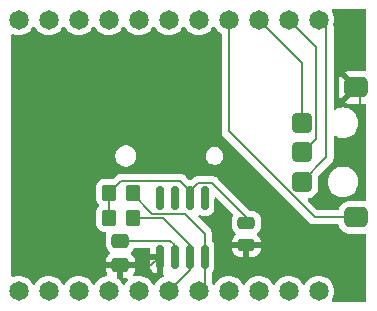
<source format=gbr>
%TF.GenerationSoftware,KiCad,Pcbnew,8.0.0*%
%TF.CreationDate,2024-04-09T10:55:27+02:00*%
%TF.ProjectId,LoraTimerSender,4c6f7261-5469-46d6-9572-53656e646572,rev?*%
%TF.SameCoordinates,Original*%
%TF.FileFunction,Copper,L1,Top*%
%TF.FilePolarity,Positive*%
%FSLAX46Y46*%
G04 Gerber Fmt 4.6, Leading zero omitted, Abs format (unit mm)*
G04 Created by KiCad (PCBNEW 8.0.0) date 2024-04-09 10:55:27*
%MOMM*%
%LPD*%
G01*
G04 APERTURE LIST*
G04 Aperture macros list*
%AMRoundRect*
0 Rectangle with rounded corners*
0 $1 Rounding radius*
0 $2 $3 $4 $5 $6 $7 $8 $9 X,Y pos of 4 corners*
0 Add a 4 corners polygon primitive as box body*
4,1,4,$2,$3,$4,$5,$6,$7,$8,$9,$2,$3,0*
0 Add four circle primitives for the rounded corners*
1,1,$1+$1,$2,$3*
1,1,$1+$1,$4,$5*
1,1,$1+$1,$6,$7*
1,1,$1+$1,$8,$9*
0 Add four rect primitives between the rounded corners*
20,1,$1+$1,$2,$3,$4,$5,0*
20,1,$1+$1,$4,$5,$6,$7,0*
20,1,$1+$1,$6,$7,$8,$9,0*
20,1,$1+$1,$8,$9,$2,$3,0*%
G04 Aperture macros list end*
%TA.AperFunction,ComponentPad*%
%ADD10C,1.650000*%
%TD*%
%TA.AperFunction,SMDPad,CuDef*%
%ADD11RoundRect,0.150000X-0.150000X0.825000X-0.150000X-0.825000X0.150000X-0.825000X0.150000X0.825000X0*%
%TD*%
%TA.AperFunction,SMDPad,CuDef*%
%ADD12RoundRect,0.250000X0.350000X0.450000X-0.350000X0.450000X-0.350000X-0.450000X0.350000X-0.450000X0*%
%TD*%
%TA.AperFunction,SMDPad,CuDef*%
%ADD13RoundRect,0.437500X-0.437500X0.437500X-0.437500X-0.437500X0.437500X-0.437500X0.437500X0.437500X0*%
%TD*%
%TA.AperFunction,SMDPad,CuDef*%
%ADD14RoundRect,0.437500X-0.562500X0.437500X-0.562500X-0.437500X0.562500X-0.437500X0.562500X0.437500X0*%
%TD*%
%TA.AperFunction,SMDPad,CuDef*%
%ADD15RoundRect,0.250000X-0.475000X0.250000X-0.475000X-0.250000X0.475000X-0.250000X0.475000X0.250000X0*%
%TD*%
%TA.AperFunction,SMDPad,CuDef*%
%ADD16RoundRect,0.250000X-0.475000X0.337500X-0.475000X-0.337500X0.475000X-0.337500X0.475000X0.337500X0*%
%TD*%
%TA.AperFunction,ViaPad*%
%ADD17C,0.600000*%
%TD*%
%TA.AperFunction,Conductor*%
%ADD18C,0.200000*%
%TD*%
G04 APERTURE END LIST*
D10*
%TO.P,U1,29,GPIO0*%
%TO.N,unconnected-(U1-GPIO0-Pad29)*%
X124457500Y-99922500D03*
%TO.P,U1,28,GPIO36*%
%TO.N,unconnected-(U1-GPIO36-Pad28)*%
X126997500Y-99922500D03*
%TO.P,U1,27,GPIO35*%
%TO.N,unconnected-(U1-GPIO35-Pad27)*%
X129537500Y-99922500D03*
%TO.P,U1,26,GPIO34*%
%TO.N,unconnected-(U1-GPIO34-Pad26)*%
X132077500Y-99922500D03*
%TO.P,U1,25,GPIO33*%
%TO.N,unconnected-(U1-GPIO33-Pad25)*%
X134617500Y-99922500D03*
%TO.P,U1,24,GPIO47*%
%TO.N,/SDA*%
X137157500Y-99922500D03*
%TO.P,U1,23,GPIO48*%
%TO.N,/SCL*%
X139697500Y-99922500D03*
%TO.P,U1,22,GPIO26*%
%TO.N,unconnected-(U1-GPIO26-Pad22)*%
X142237500Y-99922500D03*
%TO.P,U1,21,GPIO21*%
%TO.N,unconnected-(U1-GPIO21-Pad21)*%
X144777500Y-99922500D03*
%TO.P,U1,20,GPIO20*%
%TO.N,unconnected-(U1-GPIO20-Pad20)*%
X147317500Y-99922500D03*
%TO.P,U1,19,GPIO19*%
%TO.N,unconnected-(U1-GPIO19-Pad19)*%
X149857500Y-99922500D03*
%TO.P,U1,18,GPIO7*%
%TO.N,/SW_3*%
X149857500Y-76902500D03*
%TO.P,U1,17,GPIO6*%
%TO.N,/SW_2*%
X147317500Y-76902500D03*
%TO.P,U1,16,GPIO5*%
%TO.N,/SW_1*%
X144777500Y-76902500D03*
%TO.P,U1,15,GPIO4*%
%TO.N,/SW_COMMON*%
X142237500Y-76902500D03*
%TO.P,U1,14,GPIO3*%
%TO.N,unconnected-(U1-GPIO3-Pad14)*%
X139697500Y-76902500D03*
%TO.P,U1,13,GPIO2*%
%TO.N,unconnected-(U1-GPIO2-Pad13)*%
X137157500Y-76902500D03*
%TO.P,U1,12,GPIO1*%
%TO.N,unconnected-(U1-GPIO1-Pad12)*%
X134617500Y-76902500D03*
%TO.P,U1,11,GPIO38*%
%TO.N,unconnected-(U1-GPIO38-Pad11)*%
X132077500Y-76902500D03*
%TO.P,U1,10,GPIO39*%
%TO.N,unconnected-(U1-GPIO39-Pad10)*%
X129537500Y-76902500D03*
%TO.P,U1,9,GPIO40*%
%TO.N,unconnected-(U1-GPIO40-Pad9)*%
X126997500Y-76902500D03*
%TO.P,U1,8,GPIO41*%
%TO.N,unconnected-(U1-GPIO41-Pad8)*%
X124457500Y-76902500D03*
%TD*%
D11*
%TO.P,U2,1,32KHZ*%
%TO.N,unconnected-(U2-32KHZ-Pad1)*%
X140215000Y-92025000D03*
%TO.P,U2,2,VCC*%
%TO.N,VDD*%
X138945000Y-92025000D03*
%TO.P,U2,3,~{INT}/SQW*%
%TO.N,unconnected-(U2-~{INT}{slash}SQW-Pad3)*%
X137675000Y-92025000D03*
%TO.P,U2,4,~{RST}*%
%TO.N,unconnected-(U2-~{RST}-Pad4)*%
X136405000Y-92025000D03*
%TO.P,U2,5,GND*%
%TO.N,GND*%
X136405000Y-96975000D03*
%TO.P,U2,6,VBAT*%
%TO.N,+BATT*%
X137675000Y-96975000D03*
%TO.P,U2,7,SDA*%
%TO.N,/SDA*%
X138945000Y-96975000D03*
%TO.P,U2,8,SCL*%
%TO.N,/SCL*%
X140215000Y-96975000D03*
%TD*%
D12*
%TO.P,R1,1*%
%TO.N,/SCL*%
X134125000Y-91575000D03*
%TO.P,R1,2*%
%TO.N,VDD*%
X132125000Y-91575000D03*
%TD*%
D13*
%TO.P,U3,1,SW_UP*%
%TO.N,/SW_1*%
X148437500Y-85650000D03*
%TO.P,U3,2,SW_PRESS*%
%TO.N,/SW_2*%
X148437500Y-88150000D03*
%TO.P,U3,3,SW_DOWN*%
%TO.N,/SW_3*%
X148437500Y-90650000D03*
D14*
%TO.P,U3,4,COMMON*%
%TO.N,/SW_COMMON*%
X153037500Y-93650000D03*
%TO.P,U3,5,GND*%
%TO.N,GND*%
X153037500Y-82650000D03*
%TD*%
D12*
%TO.P,R2,1*%
%TO.N,/SDA*%
X134125000Y-93675000D03*
%TO.P,R2,2*%
%TO.N,VDD*%
X132125000Y-93675000D03*
%TD*%
D15*
%TO.P,C2,1*%
%TO.N,VDD*%
X143725000Y-94125000D03*
%TO.P,C2,2*%
%TO.N,GND*%
X143725000Y-96025000D03*
%TD*%
D16*
%TO.P,C1,1*%
%TO.N,+BATT*%
X133050000Y-95612500D03*
%TO.P,C1,2*%
%TO.N,GND*%
X133050000Y-97687500D03*
%TD*%
D17*
%TO.N,+BATT*%
X133050000Y-95612500D03*
%TO.N,GND*%
X152800000Y-87375000D03*
%TD*%
D18*
%TO.N,+BATT*%
X137287499Y-95612500D02*
X133050000Y-95612500D01*
X137675000Y-96975000D02*
X137675000Y-96000001D01*
X137675000Y-96000001D02*
X137287499Y-95612500D01*
%TO.N,GND*%
X135692500Y-97687500D02*
X133050000Y-97687500D01*
X136405000Y-96975000D02*
X135692500Y-97687500D01*
X153314985Y-82927485D02*
X153037500Y-82650000D01*
X153314985Y-86860015D02*
X153314985Y-82927485D01*
X152800000Y-87375000D02*
X153314985Y-86860015D01*
%TO.N,VDD*%
X138945000Y-91395000D02*
X138945000Y-92025000D01*
X138945000Y-91430000D02*
X138945000Y-92025000D01*
X143725000Y-94125000D02*
X143725000Y-93625000D01*
X133125000Y-90575000D02*
X138125000Y-90575000D01*
X143725000Y-93625000D02*
X140850000Y-90750000D01*
X132125000Y-91575000D02*
X133125000Y-90575000D01*
X139625000Y-90750000D02*
X138945000Y-91430000D01*
X140850000Y-90750000D02*
X139625000Y-90750000D01*
X138125000Y-90575000D02*
X138945000Y-91395000D01*
X132125000Y-93675000D02*
X132125000Y-91575000D01*
%TO.N,/SCL*%
X134125000Y-91675000D02*
X134125000Y-91575000D01*
X140215000Y-96975000D02*
X140215000Y-99405000D01*
X140215000Y-96975000D02*
X140215000Y-95040000D01*
X135775000Y-93325000D02*
X134125000Y-91675000D01*
X138500000Y-93325000D02*
X135775000Y-93325000D01*
X140215000Y-99405000D02*
X139697500Y-99922500D01*
X140215000Y-95040000D02*
X138500000Y-93325000D01*
%TO.N,/SDA*%
X134175000Y-93725000D02*
X136669999Y-93725000D01*
X136669999Y-93725000D02*
X138945000Y-96000001D01*
X138945000Y-96975000D02*
X138945000Y-98135000D01*
X134125000Y-93675000D02*
X134175000Y-93725000D01*
X138945000Y-98135000D02*
X137157500Y-99922500D01*
X138945000Y-96000001D02*
X138945000Y-96975000D01*
%TO.N,/SW_1*%
X148437500Y-80562500D02*
X144777500Y-76902500D01*
X148437500Y-85650000D02*
X148437500Y-80562500D01*
%TO.N,/SW_3*%
X150510015Y-88577485D02*
X150510015Y-77555015D01*
X148437500Y-90650000D02*
X150510015Y-88577485D01*
X150510015Y-77555015D02*
X149857500Y-76902500D01*
%TO.N,/SW_2*%
X149612500Y-79197500D02*
X147317500Y-76902500D01*
X148437500Y-88150000D02*
X149612500Y-86975000D01*
X149612500Y-86975000D02*
X149612500Y-79197500D01*
%TO.N,/SW_COMMON*%
X153037500Y-93650000D02*
X149512528Y-93650000D01*
X142237500Y-86374972D02*
X142237500Y-76902500D01*
X149512528Y-93650000D02*
X142237500Y-86374972D01*
%TD*%
%TA.AperFunction,Conductor*%
%TO.N,GND*%
G36*
X141035365Y-77505004D02*
G01*
X141079881Y-77556378D01*
X141085199Y-77567782D01*
X141218230Y-77757769D01*
X141382231Y-77921770D01*
X141572218Y-78054801D01*
X141572229Y-78054806D01*
X141574996Y-78056404D01*
X141575976Y-78057432D01*
X141576653Y-78057906D01*
X141576557Y-78058041D01*
X141623213Y-78106970D01*
X141637000Y-78163794D01*
X141637000Y-86288302D01*
X141636999Y-86288320D01*
X141636999Y-86454026D01*
X141636998Y-86454026D01*
X141677922Y-86606755D01*
X141702916Y-86650045D01*
X141702918Y-86650048D01*
X141756979Y-86743686D01*
X141756981Y-86743689D01*
X141875849Y-86862557D01*
X141875855Y-86862562D01*
X149027667Y-94014374D01*
X149027677Y-94014385D01*
X149032007Y-94018715D01*
X149032008Y-94018716D01*
X149143812Y-94130520D01*
X149220868Y-94175008D01*
X149280743Y-94209577D01*
X149433470Y-94250500D01*
X149433471Y-94250500D01*
X151452437Y-94250500D01*
X151519476Y-94270185D01*
X151565231Y-94322989D01*
X151572212Y-94342405D01*
X151577414Y-94361819D01*
X151594478Y-94425501D01*
X151683994Y-94601186D01*
X151808080Y-94754420D01*
X151961314Y-94878506D01*
X152136999Y-94968022D01*
X152327456Y-95019055D01*
X152409347Y-95025500D01*
X153665652Y-95025499D01*
X153740774Y-95019587D01*
X153809149Y-95033951D01*
X153858905Y-95083003D01*
X153874500Y-95143205D01*
X153874500Y-100725500D01*
X153854815Y-100792539D01*
X153802011Y-100838294D01*
X153750500Y-100849500D01*
X151064746Y-100849500D01*
X150997707Y-100829815D01*
X150951952Y-100777011D01*
X150942008Y-100707853D01*
X150963171Y-100654377D01*
X151009798Y-100587786D01*
X151009797Y-100587786D01*
X151009801Y-100587782D01*
X151107820Y-100377579D01*
X151167849Y-100153550D01*
X151188063Y-99922500D01*
X151167849Y-99691450D01*
X151107820Y-99467421D01*
X151009801Y-99257219D01*
X151009799Y-99257216D01*
X151009798Y-99257214D01*
X150876773Y-99067235D01*
X150876768Y-99067229D01*
X150712769Y-98903230D01*
X150712376Y-98902955D01*
X150522782Y-98770199D01*
X150312579Y-98672180D01*
X150312576Y-98672179D01*
X150312574Y-98672178D01*
X150088551Y-98612151D01*
X150088544Y-98612150D01*
X149857502Y-98591937D01*
X149857498Y-98591937D01*
X149626455Y-98612150D01*
X149626448Y-98612151D01*
X149402417Y-98672181D01*
X149192218Y-98770199D01*
X149192214Y-98770201D01*
X149002235Y-98903226D01*
X149002229Y-98903231D01*
X148838231Y-99067229D01*
X148838226Y-99067235D01*
X148705201Y-99257214D01*
X148705198Y-99257220D01*
X148699881Y-99268623D01*
X148653707Y-99321062D01*
X148586513Y-99340212D01*
X148519633Y-99319995D01*
X148475119Y-99268623D01*
X148469801Y-99257220D01*
X148469798Y-99257214D01*
X148336773Y-99067235D01*
X148336768Y-99067229D01*
X148172769Y-98903230D01*
X148172376Y-98902955D01*
X147982782Y-98770199D01*
X147772579Y-98672180D01*
X147772576Y-98672179D01*
X147772574Y-98672178D01*
X147548551Y-98612151D01*
X147548544Y-98612150D01*
X147317502Y-98591937D01*
X147317498Y-98591937D01*
X147086455Y-98612150D01*
X147086448Y-98612151D01*
X146862417Y-98672181D01*
X146652218Y-98770199D01*
X146652214Y-98770201D01*
X146462235Y-98903226D01*
X146462229Y-98903231D01*
X146298231Y-99067229D01*
X146298226Y-99067235D01*
X146165201Y-99257214D01*
X146165198Y-99257220D01*
X146159881Y-99268623D01*
X146113707Y-99321062D01*
X146046513Y-99340212D01*
X145979633Y-99319995D01*
X145935119Y-99268623D01*
X145929801Y-99257220D01*
X145929798Y-99257214D01*
X145796773Y-99067235D01*
X145796768Y-99067229D01*
X145632769Y-98903230D01*
X145632376Y-98902955D01*
X145442782Y-98770199D01*
X145232579Y-98672180D01*
X145232576Y-98672179D01*
X145232574Y-98672178D01*
X145008551Y-98612151D01*
X145008544Y-98612150D01*
X144777502Y-98591937D01*
X144777498Y-98591937D01*
X144546455Y-98612150D01*
X144546448Y-98612151D01*
X144322417Y-98672181D01*
X144112218Y-98770199D01*
X144112214Y-98770201D01*
X143922235Y-98903226D01*
X143922229Y-98903231D01*
X143758231Y-99067229D01*
X143758226Y-99067235D01*
X143625201Y-99257214D01*
X143625198Y-99257220D01*
X143619881Y-99268623D01*
X143573707Y-99321062D01*
X143506513Y-99340212D01*
X143439633Y-99319995D01*
X143395119Y-99268623D01*
X143389801Y-99257220D01*
X143389798Y-99257214D01*
X143256773Y-99067235D01*
X143256768Y-99067229D01*
X143092769Y-98903230D01*
X143092376Y-98902955D01*
X142902782Y-98770199D01*
X142692579Y-98672180D01*
X142692576Y-98672179D01*
X142692574Y-98672178D01*
X142468551Y-98612151D01*
X142468544Y-98612150D01*
X142237502Y-98591937D01*
X142237498Y-98591937D01*
X142006455Y-98612150D01*
X142006448Y-98612151D01*
X141782417Y-98672181D01*
X141572218Y-98770199D01*
X141572214Y-98770201D01*
X141382235Y-98903226D01*
X141382229Y-98903231D01*
X141218231Y-99067229D01*
X141218226Y-99067235D01*
X141085201Y-99257214D01*
X141085198Y-99257220D01*
X141079881Y-99268623D01*
X141033707Y-99321062D01*
X140966513Y-99340212D01*
X140899633Y-99319995D01*
X140855119Y-99268623D01*
X140849801Y-99257220D01*
X140849801Y-99257219D01*
X140837924Y-99240257D01*
X140815598Y-99174053D01*
X140815500Y-99169135D01*
X140815500Y-98320808D01*
X140835185Y-98253769D01*
X140851820Y-98233126D01*
X140883076Y-98201870D01*
X140883081Y-98201865D01*
X140966744Y-98060398D01*
X141012598Y-97902569D01*
X141015500Y-97865694D01*
X141015500Y-96275000D01*
X142500001Y-96275000D01*
X142500001Y-96324986D01*
X142510494Y-96427697D01*
X142565641Y-96594119D01*
X142565643Y-96594124D01*
X142657684Y-96743345D01*
X142781654Y-96867315D01*
X142930875Y-96959356D01*
X142930880Y-96959358D01*
X143097302Y-97014505D01*
X143097309Y-97014506D01*
X143200019Y-97024999D01*
X143474999Y-97024999D01*
X143475000Y-97024998D01*
X143475000Y-96275000D01*
X143975000Y-96275000D01*
X143975000Y-97024999D01*
X144249972Y-97024999D01*
X144249986Y-97024998D01*
X144352697Y-97014505D01*
X144519119Y-96959358D01*
X144519124Y-96959356D01*
X144668345Y-96867315D01*
X144792315Y-96743345D01*
X144884356Y-96594124D01*
X144884358Y-96594119D01*
X144939505Y-96427697D01*
X144939506Y-96427690D01*
X144949999Y-96324986D01*
X144950000Y-96324973D01*
X144950000Y-96275000D01*
X143975000Y-96275000D01*
X143475000Y-96275000D01*
X142500001Y-96275000D01*
X141015500Y-96275000D01*
X141015500Y-96084306D01*
X141012598Y-96047431D01*
X140998823Y-96000019D01*
X140966745Y-95889606D01*
X140966744Y-95889603D01*
X140966744Y-95889602D01*
X140883081Y-95748135D01*
X140883079Y-95748133D01*
X140883076Y-95748129D01*
X140851819Y-95716872D01*
X140818334Y-95655549D01*
X140815500Y-95629191D01*
X140815500Y-94960946D01*
X140815500Y-94960943D01*
X140792606Y-94875499D01*
X140774577Y-94808215D01*
X140722325Y-94717712D01*
X140695520Y-94671284D01*
X140583716Y-94559480D01*
X140579385Y-94555149D01*
X140579374Y-94555139D01*
X139682904Y-93658669D01*
X139649419Y-93597346D01*
X139654403Y-93527654D01*
X139696275Y-93471721D01*
X139761739Y-93447304D01*
X139805180Y-93451912D01*
X139962426Y-93497597D01*
X139962429Y-93497597D01*
X139962431Y-93497598D01*
X139999306Y-93500500D01*
X139999314Y-93500500D01*
X140430686Y-93500500D01*
X140430694Y-93500500D01*
X140467569Y-93497598D01*
X140467571Y-93497597D01*
X140467573Y-93497597D01*
X140556637Y-93471721D01*
X140625398Y-93451744D01*
X140766865Y-93368081D01*
X140883081Y-93251865D01*
X140966744Y-93110398D01*
X141012598Y-92952569D01*
X141015500Y-92915694D01*
X141015500Y-92064097D01*
X141035185Y-91997058D01*
X141087989Y-91951303D01*
X141157147Y-91941359D01*
X141220703Y-91970384D01*
X141227181Y-91976416D01*
X142587890Y-93337125D01*
X142621375Y-93398448D01*
X142616391Y-93468140D01*
X142605749Y-93489901D01*
X142565188Y-93555663D01*
X142565186Y-93555666D01*
X142510001Y-93722203D01*
X142510001Y-93722204D01*
X142510000Y-93722204D01*
X142499500Y-93824983D01*
X142499500Y-94425001D01*
X142499501Y-94425019D01*
X142510000Y-94527796D01*
X142510001Y-94527799D01*
X142565185Y-94694331D01*
X142565187Y-94694336D01*
X142579606Y-94717713D01*
X142657288Y-94843656D01*
X142781344Y-94967712D01*
X142781847Y-94968022D01*
X142784653Y-94969753D01*
X142786445Y-94971746D01*
X142787011Y-94972193D01*
X142786934Y-94972289D01*
X142831379Y-95021699D01*
X142842603Y-95090661D01*
X142814761Y-95154744D01*
X142784665Y-95180826D01*
X142781660Y-95182679D01*
X142781655Y-95182683D01*
X142657684Y-95306654D01*
X142565643Y-95455875D01*
X142565641Y-95455880D01*
X142510494Y-95622302D01*
X142510493Y-95622309D01*
X142500000Y-95725013D01*
X142500000Y-95775000D01*
X144949999Y-95775000D01*
X144949999Y-95725028D01*
X144949998Y-95725013D01*
X144939505Y-95622302D01*
X144884358Y-95455880D01*
X144884356Y-95455875D01*
X144792315Y-95306654D01*
X144668344Y-95182683D01*
X144668341Y-95182681D01*
X144665339Y-95180829D01*
X144663713Y-95179021D01*
X144662677Y-95178202D01*
X144662817Y-95178024D01*
X144618617Y-95128880D01*
X144607397Y-95059917D01*
X144635243Y-94995836D01*
X144665344Y-94969754D01*
X144668656Y-94967712D01*
X144792712Y-94843656D01*
X144884814Y-94694334D01*
X144939999Y-94527797D01*
X144950500Y-94425009D01*
X144950499Y-93824992D01*
X144939999Y-93722203D01*
X144884814Y-93555666D01*
X144792712Y-93406344D01*
X144668656Y-93282288D01*
X144519334Y-93190186D01*
X144352797Y-93135001D01*
X144352795Y-93135000D01*
X144250016Y-93124500D01*
X144250009Y-93124500D01*
X144125097Y-93124500D01*
X144058058Y-93104815D01*
X144037416Y-93088181D01*
X141337590Y-90388355D01*
X141337588Y-90388352D01*
X141218717Y-90269481D01*
X141218716Y-90269480D01*
X141131904Y-90219360D01*
X141131904Y-90219359D01*
X141131900Y-90219358D01*
X141081785Y-90190423D01*
X140929057Y-90149499D01*
X140770943Y-90149499D01*
X140763347Y-90149499D01*
X140763331Y-90149500D01*
X139704057Y-90149500D01*
X139545942Y-90149500D01*
X139393215Y-90190423D01*
X139393214Y-90190423D01*
X139393212Y-90190424D01*
X139393209Y-90190425D01*
X139343096Y-90219359D01*
X139343095Y-90219360D01*
X139299689Y-90244420D01*
X139256285Y-90269479D01*
X139256282Y-90269481D01*
X139187583Y-90338181D01*
X139144480Y-90381284D01*
X139144478Y-90381286D01*
X139085579Y-90440185D01*
X139050180Y-90475584D01*
X138988856Y-90509068D01*
X138919165Y-90504084D01*
X138874818Y-90475583D01*
X138612590Y-90213355D01*
X138612588Y-90213352D01*
X138493717Y-90094481D01*
X138493716Y-90094480D01*
X138406904Y-90044360D01*
X138406904Y-90044359D01*
X138406900Y-90044358D01*
X138356785Y-90015423D01*
X138204057Y-89974499D01*
X138045943Y-89974499D01*
X138038347Y-89974499D01*
X138038331Y-89974500D01*
X133211670Y-89974500D01*
X133211654Y-89974499D01*
X133204058Y-89974499D01*
X133045943Y-89974499D01*
X132969579Y-89994961D01*
X132893214Y-90015423D01*
X132893209Y-90015426D01*
X132756290Y-90094475D01*
X132756282Y-90094481D01*
X132512582Y-90338181D01*
X132451259Y-90371666D01*
X132424901Y-90374500D01*
X131724998Y-90374500D01*
X131724980Y-90374501D01*
X131622203Y-90385000D01*
X131622200Y-90385001D01*
X131455668Y-90440185D01*
X131455663Y-90440187D01*
X131306342Y-90532289D01*
X131182289Y-90656342D01*
X131090187Y-90805663D01*
X131090186Y-90805666D01*
X131035001Y-90972203D01*
X131035001Y-90972204D01*
X131035000Y-90972204D01*
X131024500Y-91074983D01*
X131024500Y-92075001D01*
X131024501Y-92075019D01*
X131035000Y-92177796D01*
X131035001Y-92177799D01*
X131090185Y-92344331D01*
X131090187Y-92344336D01*
X131182289Y-92493657D01*
X131225951Y-92537320D01*
X131259435Y-92598643D01*
X131254450Y-92668335D01*
X131225951Y-92712680D01*
X131182289Y-92756342D01*
X131090187Y-92905663D01*
X131090185Y-92905668D01*
X131072978Y-92957595D01*
X131035001Y-93072203D01*
X131035001Y-93072204D01*
X131035000Y-93072204D01*
X131024500Y-93174983D01*
X131024500Y-94175001D01*
X131024501Y-94175007D01*
X131035000Y-94277796D01*
X131035001Y-94277799D01*
X131083780Y-94425001D01*
X131090186Y-94444334D01*
X131182288Y-94593656D01*
X131306344Y-94717712D01*
X131455666Y-94809814D01*
X131622203Y-94864999D01*
X131724991Y-94875500D01*
X131745028Y-94875499D01*
X131812065Y-94895181D01*
X131857822Y-94947983D01*
X131867769Y-95017141D01*
X131862736Y-95038502D01*
X131835001Y-95122200D01*
X131835000Y-95122204D01*
X131824500Y-95224983D01*
X131824500Y-96000001D01*
X131824501Y-96000019D01*
X131835000Y-96102796D01*
X131835001Y-96102799D01*
X131890185Y-96269331D01*
X131890187Y-96269336D01*
X131893681Y-96275000D01*
X131982288Y-96418656D01*
X132106344Y-96542712D01*
X132109628Y-96544737D01*
X132109653Y-96544753D01*
X132111445Y-96546746D01*
X132112011Y-96547193D01*
X132111934Y-96547289D01*
X132156379Y-96596699D01*
X132167603Y-96665661D01*
X132139761Y-96729744D01*
X132109665Y-96755826D01*
X132106660Y-96757679D01*
X132106655Y-96757683D01*
X131982684Y-96881654D01*
X131890643Y-97030875D01*
X131890641Y-97030880D01*
X131835494Y-97197302D01*
X131835493Y-97197309D01*
X131825000Y-97300013D01*
X131825000Y-97437500D01*
X134274999Y-97437500D01*
X134274999Y-97300028D01*
X134274998Y-97300013D01*
X134267335Y-97225000D01*
X135605000Y-97225000D01*
X135605000Y-97865649D01*
X135607899Y-97902489D01*
X135607900Y-97902495D01*
X135653716Y-98060193D01*
X135653717Y-98060196D01*
X135737314Y-98201552D01*
X135737321Y-98201561D01*
X135853438Y-98317678D01*
X135853447Y-98317685D01*
X135994801Y-98401281D01*
X136152514Y-98447100D01*
X136152511Y-98447100D01*
X136154998Y-98447295D01*
X136155000Y-98447295D01*
X136155000Y-97225000D01*
X135605000Y-97225000D01*
X134267335Y-97225000D01*
X134264505Y-97197302D01*
X134209358Y-97030880D01*
X134209356Y-97030875D01*
X134117315Y-96881654D01*
X133993344Y-96757683D01*
X133993341Y-96757681D01*
X133990339Y-96755829D01*
X133988713Y-96754021D01*
X133987677Y-96753202D01*
X133987817Y-96753024D01*
X133943617Y-96703880D01*
X133932397Y-96634917D01*
X133960243Y-96570836D01*
X133990344Y-96544754D01*
X133993656Y-96542712D01*
X134117712Y-96418656D01*
X134208229Y-96271902D01*
X134260177Y-96225179D01*
X134313768Y-96213000D01*
X135481000Y-96213000D01*
X135548039Y-96232685D01*
X135593794Y-96285489D01*
X135605000Y-96337000D01*
X135605000Y-96725000D01*
X136531000Y-96725000D01*
X136598039Y-96744685D01*
X136643794Y-96797489D01*
X136655000Y-96849000D01*
X136655000Y-98447295D01*
X136673745Y-98464623D01*
X136677000Y-98465307D01*
X136726758Y-98514357D01*
X136742098Y-98582522D01*
X136718151Y-98648160D01*
X136670759Y-98686944D01*
X136492218Y-98770199D01*
X136492214Y-98770201D01*
X136302235Y-98903226D01*
X136302229Y-98903231D01*
X136138231Y-99067229D01*
X136138226Y-99067235D01*
X136005201Y-99257214D01*
X136005198Y-99257220D01*
X135999881Y-99268623D01*
X135953707Y-99321062D01*
X135886513Y-99340212D01*
X135819633Y-99319995D01*
X135775119Y-99268623D01*
X135769801Y-99257220D01*
X135769798Y-99257214D01*
X135636773Y-99067235D01*
X135636768Y-99067229D01*
X135472769Y-98903230D01*
X135472376Y-98902955D01*
X135282782Y-98770199D01*
X135072579Y-98672180D01*
X135072576Y-98672179D01*
X135072574Y-98672178D01*
X134848551Y-98612151D01*
X134848544Y-98612150D01*
X134617502Y-98591937D01*
X134617498Y-98591937D01*
X134386455Y-98612150D01*
X134386445Y-98612152D01*
X134277728Y-98641283D01*
X134207879Y-98639620D01*
X134150016Y-98600458D01*
X134122512Y-98536229D01*
X134134098Y-98467327D01*
X134140097Y-98456411D01*
X134209353Y-98344130D01*
X134209358Y-98344119D01*
X134264505Y-98177697D01*
X134264506Y-98177690D01*
X134274999Y-98074986D01*
X134275000Y-98074973D01*
X134275000Y-97937500D01*
X133300000Y-97937500D01*
X133300000Y-98774999D01*
X133574972Y-98774999D01*
X133574981Y-98774998D01*
X133579603Y-98774526D01*
X133648297Y-98787290D01*
X133699185Y-98835167D01*
X133716111Y-98902955D01*
X133693701Y-98969133D01*
X133679897Y-98985564D01*
X133598226Y-99067235D01*
X133465201Y-99257214D01*
X133465198Y-99257220D01*
X133459881Y-99268623D01*
X133413707Y-99321062D01*
X133346513Y-99340212D01*
X133279633Y-99319995D01*
X133235119Y-99268623D01*
X133229801Y-99257220D01*
X133229798Y-99257214D01*
X133096773Y-99067235D01*
X133096768Y-99067229D01*
X132932772Y-98903233D01*
X132932770Y-98903231D01*
X132932769Y-98903230D01*
X132932764Y-98903226D01*
X132932761Y-98903224D01*
X132852876Y-98847287D01*
X132809251Y-98792710D01*
X132800000Y-98745713D01*
X132800000Y-97937500D01*
X131825001Y-97937500D01*
X131825001Y-98074986D01*
X131835494Y-98177697D01*
X131890641Y-98344119D01*
X131890643Y-98344124D01*
X131939699Y-98423655D01*
X131958139Y-98491047D01*
X131937217Y-98557711D01*
X131883575Y-98602481D01*
X131851668Y-98610583D01*
X131851779Y-98611212D01*
X131846448Y-98612151D01*
X131622417Y-98672181D01*
X131412218Y-98770199D01*
X131412214Y-98770201D01*
X131222235Y-98903226D01*
X131222229Y-98903231D01*
X131058231Y-99067229D01*
X131058226Y-99067235D01*
X130925201Y-99257214D01*
X130925198Y-99257220D01*
X130919881Y-99268623D01*
X130873707Y-99321062D01*
X130806513Y-99340212D01*
X130739633Y-99319995D01*
X130695119Y-99268623D01*
X130689801Y-99257220D01*
X130689798Y-99257214D01*
X130556773Y-99067235D01*
X130556768Y-99067229D01*
X130392769Y-98903230D01*
X130392376Y-98902955D01*
X130202782Y-98770199D01*
X129992579Y-98672180D01*
X129992576Y-98672179D01*
X129992574Y-98672178D01*
X129768551Y-98612151D01*
X129768544Y-98612150D01*
X129537502Y-98591937D01*
X129537498Y-98591937D01*
X129306455Y-98612150D01*
X129306448Y-98612151D01*
X129082417Y-98672181D01*
X128872218Y-98770199D01*
X128872214Y-98770201D01*
X128682235Y-98903226D01*
X128682229Y-98903231D01*
X128518231Y-99067229D01*
X128518226Y-99067235D01*
X128385201Y-99257214D01*
X128385198Y-99257220D01*
X128379881Y-99268623D01*
X128333707Y-99321062D01*
X128266513Y-99340212D01*
X128199633Y-99319995D01*
X128155119Y-99268623D01*
X128149801Y-99257220D01*
X128149798Y-99257214D01*
X128016773Y-99067235D01*
X128016768Y-99067229D01*
X127852769Y-98903230D01*
X127852376Y-98902955D01*
X127662782Y-98770199D01*
X127452579Y-98672180D01*
X127452576Y-98672179D01*
X127452574Y-98672178D01*
X127228551Y-98612151D01*
X127228544Y-98612150D01*
X126997502Y-98591937D01*
X126997498Y-98591937D01*
X126766455Y-98612150D01*
X126766448Y-98612151D01*
X126542417Y-98672181D01*
X126332218Y-98770199D01*
X126332214Y-98770201D01*
X126142235Y-98903226D01*
X126142229Y-98903231D01*
X125978231Y-99067229D01*
X125978226Y-99067235D01*
X125845201Y-99257214D01*
X125845198Y-99257220D01*
X125839881Y-99268623D01*
X125793707Y-99321062D01*
X125726513Y-99340212D01*
X125659633Y-99319995D01*
X125615119Y-99268623D01*
X125609801Y-99257220D01*
X125609798Y-99257214D01*
X125476773Y-99067235D01*
X125476768Y-99067229D01*
X125312769Y-98903230D01*
X125312376Y-98902955D01*
X125122782Y-98770199D01*
X124912579Y-98672180D01*
X124912576Y-98672179D01*
X124912574Y-98672178D01*
X124688551Y-98612151D01*
X124688544Y-98612150D01*
X124457502Y-98591937D01*
X124457498Y-98591937D01*
X124226455Y-98612150D01*
X124226448Y-98612151D01*
X124002425Y-98672178D01*
X124002406Y-98672185D01*
X124001891Y-98672426D01*
X124001642Y-98672463D01*
X123997340Y-98674030D01*
X123997024Y-98673164D01*
X123932813Y-98682910D01*
X123869032Y-98654383D01*
X123830799Y-98595901D01*
X123825500Y-98560038D01*
X123825500Y-88538695D01*
X132626500Y-88538695D01*
X132661103Y-88712658D01*
X132661106Y-88712667D01*
X132728983Y-88876540D01*
X132728990Y-88876553D01*
X132827535Y-89024034D01*
X132827538Y-89024038D01*
X132952961Y-89149461D01*
X132952965Y-89149464D01*
X133100446Y-89248009D01*
X133100459Y-89248016D01*
X133223363Y-89298923D01*
X133264334Y-89315894D01*
X133264336Y-89315894D01*
X133264341Y-89315896D01*
X133438304Y-89350499D01*
X133438307Y-89350500D01*
X133438309Y-89350500D01*
X133615693Y-89350500D01*
X133615694Y-89350499D01*
X133673682Y-89338964D01*
X133789658Y-89315896D01*
X133789661Y-89315894D01*
X133789666Y-89315894D01*
X133953547Y-89248013D01*
X134101035Y-89149464D01*
X134226464Y-89024035D01*
X134325013Y-88876547D01*
X134392894Y-88712666D01*
X134401597Y-88668917D01*
X134427499Y-88538695D01*
X134427500Y-88538693D01*
X134427500Y-88523920D01*
X140276499Y-88523920D01*
X140305340Y-88668907D01*
X140305343Y-88668917D01*
X140361912Y-88805488D01*
X140361919Y-88805501D01*
X140444048Y-88928415D01*
X140444051Y-88928419D01*
X140548580Y-89032948D01*
X140548584Y-89032951D01*
X140671498Y-89115080D01*
X140671511Y-89115087D01*
X140808082Y-89171656D01*
X140808087Y-89171658D01*
X140808091Y-89171658D01*
X140808092Y-89171659D01*
X140953079Y-89200500D01*
X140953082Y-89200500D01*
X141100920Y-89200500D01*
X141198462Y-89181096D01*
X141245913Y-89171658D01*
X141382495Y-89115084D01*
X141505416Y-89032951D01*
X141609951Y-88928416D01*
X141692084Y-88805495D01*
X141748658Y-88668913D01*
X141774561Y-88538693D01*
X141777500Y-88523920D01*
X141777500Y-88376079D01*
X141748659Y-88231092D01*
X141748658Y-88231091D01*
X141748658Y-88231087D01*
X141730534Y-88187332D01*
X141692087Y-88094511D01*
X141692080Y-88094498D01*
X141609951Y-87971584D01*
X141609948Y-87971580D01*
X141505419Y-87867051D01*
X141505415Y-87867048D01*
X141382501Y-87784919D01*
X141382488Y-87784912D01*
X141245917Y-87728343D01*
X141245907Y-87728340D01*
X141100920Y-87699500D01*
X141100918Y-87699500D01*
X140953082Y-87699500D01*
X140953080Y-87699500D01*
X140808092Y-87728340D01*
X140808082Y-87728343D01*
X140671511Y-87784912D01*
X140671498Y-87784919D01*
X140548584Y-87867048D01*
X140548580Y-87867051D01*
X140444051Y-87971580D01*
X140444048Y-87971584D01*
X140361919Y-88094498D01*
X140361912Y-88094511D01*
X140305343Y-88231082D01*
X140305340Y-88231092D01*
X140276500Y-88376079D01*
X140276500Y-88376082D01*
X140276500Y-88523918D01*
X140276500Y-88523920D01*
X140276499Y-88523920D01*
X134427500Y-88523920D01*
X134427500Y-88361306D01*
X134427499Y-88361304D01*
X134392896Y-88187341D01*
X134392893Y-88187332D01*
X134325016Y-88023459D01*
X134325009Y-88023446D01*
X134226464Y-87875965D01*
X134226461Y-87875961D01*
X134101038Y-87750538D01*
X134101034Y-87750535D01*
X133953553Y-87651990D01*
X133953540Y-87651983D01*
X133789667Y-87584106D01*
X133789658Y-87584103D01*
X133615694Y-87549500D01*
X133615691Y-87549500D01*
X133438309Y-87549500D01*
X133438306Y-87549500D01*
X133264341Y-87584103D01*
X133264332Y-87584106D01*
X133100459Y-87651983D01*
X133100446Y-87651990D01*
X132952965Y-87750535D01*
X132952961Y-87750538D01*
X132827538Y-87875961D01*
X132827535Y-87875965D01*
X132728990Y-88023446D01*
X132728983Y-88023459D01*
X132661106Y-88187332D01*
X132661103Y-88187341D01*
X132626500Y-88361304D01*
X132626500Y-88538695D01*
X123825500Y-88538695D01*
X123825500Y-78264961D01*
X123845185Y-78197922D01*
X123897989Y-78152167D01*
X123967147Y-78142223D01*
X123997247Y-78151192D01*
X123997329Y-78150967D01*
X124001112Y-78152344D01*
X124001909Y-78152581D01*
X124002421Y-78152820D01*
X124226450Y-78212849D01*
X124391485Y-78227287D01*
X124457498Y-78233063D01*
X124457500Y-78233063D01*
X124457502Y-78233063D01*
X124515262Y-78228009D01*
X124688550Y-78212849D01*
X124912579Y-78152820D01*
X125122782Y-78054801D01*
X125312769Y-77921770D01*
X125476770Y-77757769D01*
X125609801Y-77567782D01*
X125615118Y-77556378D01*
X125661290Y-77503940D01*
X125728484Y-77484788D01*
X125795365Y-77505004D01*
X125839881Y-77556378D01*
X125845199Y-77567782D01*
X125978230Y-77757769D01*
X126142231Y-77921770D01*
X126332218Y-78054801D01*
X126542421Y-78152820D01*
X126766450Y-78212849D01*
X126931485Y-78227287D01*
X126997498Y-78233063D01*
X126997500Y-78233063D01*
X126997502Y-78233063D01*
X127055262Y-78228009D01*
X127228550Y-78212849D01*
X127452579Y-78152820D01*
X127662782Y-78054801D01*
X127852769Y-77921770D01*
X128016770Y-77757769D01*
X128149801Y-77567782D01*
X128155118Y-77556378D01*
X128201290Y-77503940D01*
X128268484Y-77484788D01*
X128335365Y-77505004D01*
X128379881Y-77556378D01*
X128385199Y-77567782D01*
X128518230Y-77757769D01*
X128682231Y-77921770D01*
X128872218Y-78054801D01*
X129082421Y-78152820D01*
X129306450Y-78212849D01*
X129471485Y-78227287D01*
X129537498Y-78233063D01*
X129537500Y-78233063D01*
X129537502Y-78233063D01*
X129595262Y-78228009D01*
X129768550Y-78212849D01*
X129992579Y-78152820D01*
X130202782Y-78054801D01*
X130392769Y-77921770D01*
X130556770Y-77757769D01*
X130689801Y-77567782D01*
X130695118Y-77556378D01*
X130741290Y-77503940D01*
X130808484Y-77484788D01*
X130875365Y-77505004D01*
X130919881Y-77556378D01*
X130925199Y-77567782D01*
X131058230Y-77757769D01*
X131222231Y-77921770D01*
X131412218Y-78054801D01*
X131622421Y-78152820D01*
X131846450Y-78212849D01*
X132011485Y-78227287D01*
X132077498Y-78233063D01*
X132077500Y-78233063D01*
X132077502Y-78233063D01*
X132135262Y-78228009D01*
X132308550Y-78212849D01*
X132532579Y-78152820D01*
X132742782Y-78054801D01*
X132932769Y-77921770D01*
X133096770Y-77757769D01*
X133229801Y-77567782D01*
X133235118Y-77556378D01*
X133281290Y-77503940D01*
X133348484Y-77484788D01*
X133415365Y-77505004D01*
X133459881Y-77556378D01*
X133465199Y-77567782D01*
X133598230Y-77757769D01*
X133762231Y-77921770D01*
X133952218Y-78054801D01*
X134162421Y-78152820D01*
X134386450Y-78212849D01*
X134551485Y-78227287D01*
X134617498Y-78233063D01*
X134617500Y-78233063D01*
X134617502Y-78233063D01*
X134675262Y-78228009D01*
X134848550Y-78212849D01*
X135072579Y-78152820D01*
X135282782Y-78054801D01*
X135472769Y-77921770D01*
X135636770Y-77757769D01*
X135769801Y-77567782D01*
X135775118Y-77556378D01*
X135821290Y-77503940D01*
X135888484Y-77484788D01*
X135955365Y-77505004D01*
X135999881Y-77556378D01*
X136005199Y-77567782D01*
X136138230Y-77757769D01*
X136302231Y-77921770D01*
X136492218Y-78054801D01*
X136702421Y-78152820D01*
X136926450Y-78212849D01*
X137091485Y-78227287D01*
X137157498Y-78233063D01*
X137157500Y-78233063D01*
X137157502Y-78233063D01*
X137215262Y-78228009D01*
X137388550Y-78212849D01*
X137612579Y-78152820D01*
X137822782Y-78054801D01*
X138012769Y-77921770D01*
X138176770Y-77757769D01*
X138309801Y-77567782D01*
X138315118Y-77556378D01*
X138361290Y-77503940D01*
X138428484Y-77484788D01*
X138495365Y-77505004D01*
X138539881Y-77556378D01*
X138545199Y-77567782D01*
X138678230Y-77757769D01*
X138842231Y-77921770D01*
X139032218Y-78054801D01*
X139242421Y-78152820D01*
X139466450Y-78212849D01*
X139631485Y-78227287D01*
X139697498Y-78233063D01*
X139697500Y-78233063D01*
X139697502Y-78233063D01*
X139755262Y-78228009D01*
X139928550Y-78212849D01*
X140152579Y-78152820D01*
X140362782Y-78054801D01*
X140552769Y-77921770D01*
X140716770Y-77757769D01*
X140849801Y-77567782D01*
X140855118Y-77556378D01*
X140901290Y-77503940D01*
X140968484Y-77484788D01*
X141035365Y-77505004D01*
G37*
%TD.AperFunction*%
%TA.AperFunction,Conductor*%
G36*
X153817539Y-75995185D02*
G01*
X153863294Y-76047989D01*
X153874500Y-76099500D01*
X153874500Y-81157297D01*
X153854815Y-81224336D01*
X153802011Y-81270091D01*
X153740771Y-81280915D01*
X153665611Y-81275000D01*
X152409397Y-81275000D01*
X152409378Y-81275001D01*
X152327536Y-81281441D01*
X152137178Y-81332447D01*
X152094993Y-81353940D01*
X153303371Y-82562318D01*
X153336856Y-82623641D01*
X153331872Y-82693333D01*
X153303371Y-82737680D01*
X152094993Y-83946057D01*
X152137177Y-83967552D01*
X152137180Y-83967553D01*
X152327536Y-84018558D01*
X152409388Y-84024999D01*
X153665602Y-84024999D01*
X153665619Y-84024998D01*
X153740772Y-84019084D01*
X153809149Y-84033449D01*
X153858905Y-84082500D01*
X153874500Y-84142702D01*
X153874500Y-92156793D01*
X153854815Y-92223832D01*
X153802011Y-92269587D01*
X153740773Y-92280411D01*
X153665654Y-92274500D01*
X152409357Y-92274500D01*
X152409338Y-92274501D01*
X152327457Y-92280944D01*
X152137000Y-92331977D01*
X151961315Y-92421493D01*
X151808080Y-92545580D01*
X151683993Y-92698815D01*
X151594478Y-92874498D01*
X151572212Y-92957595D01*
X151535846Y-93017255D01*
X151472999Y-93047783D01*
X151452437Y-93049500D01*
X149812625Y-93049500D01*
X149745586Y-93029815D01*
X149724944Y-93013181D01*
X148942297Y-92230534D01*
X148908812Y-92169211D01*
X148913796Y-92099519D01*
X148955668Y-92043586D01*
X149017012Y-92020458D01*
X149016937Y-92020019D01*
X149019216Y-92019627D01*
X149020257Y-92019235D01*
X149020575Y-92019209D01*
X149022544Y-92019055D01*
X149213001Y-91968022D01*
X149388686Y-91878506D01*
X149541920Y-91754420D01*
X149666006Y-91601186D01*
X149755522Y-91425501D01*
X149806555Y-91235044D01*
X149813000Y-91153153D01*
X149812999Y-90650001D01*
X150607032Y-90650001D01*
X150626864Y-90876686D01*
X150626866Y-90876697D01*
X150685758Y-91096488D01*
X150685761Y-91096497D01*
X150781931Y-91302732D01*
X150781932Y-91302734D01*
X150912454Y-91489141D01*
X151073358Y-91650045D01*
X151073361Y-91650047D01*
X151259766Y-91780568D01*
X151466004Y-91876739D01*
X151466009Y-91876740D01*
X151466011Y-91876741D01*
X151518915Y-91890916D01*
X151685808Y-91935635D01*
X151847730Y-91949801D01*
X151912498Y-91955468D01*
X151912500Y-91955468D01*
X151912502Y-91955468D01*
X151969173Y-91950509D01*
X152139192Y-91935635D01*
X152358996Y-91876739D01*
X152565234Y-91780568D01*
X152751639Y-91650047D01*
X152912547Y-91489139D01*
X153043068Y-91302734D01*
X153139239Y-91096496D01*
X153198135Y-90876692D01*
X153217968Y-90650000D01*
X153198135Y-90423308D01*
X153141878Y-90213352D01*
X153139241Y-90203511D01*
X153139238Y-90203502D01*
X153088399Y-90094479D01*
X153043068Y-89997266D01*
X152912547Y-89810861D01*
X152912545Y-89810858D01*
X152751641Y-89649954D01*
X152565234Y-89519432D01*
X152565232Y-89519431D01*
X152358997Y-89423261D01*
X152358988Y-89423258D01*
X152139197Y-89364366D01*
X152139193Y-89364365D01*
X152139192Y-89364365D01*
X152139191Y-89364364D01*
X152139186Y-89364364D01*
X151912502Y-89344532D01*
X151912498Y-89344532D01*
X151685813Y-89364364D01*
X151685802Y-89364366D01*
X151466011Y-89423258D01*
X151466002Y-89423261D01*
X151259767Y-89519431D01*
X151259765Y-89519432D01*
X151073358Y-89649954D01*
X150912454Y-89810858D01*
X150781932Y-89997265D01*
X150781931Y-89997267D01*
X150685761Y-90203502D01*
X150685758Y-90203511D01*
X150626866Y-90423302D01*
X150626864Y-90423313D01*
X150607032Y-90649998D01*
X150607032Y-90650001D01*
X149812999Y-90650001D01*
X149812999Y-90175095D01*
X149832683Y-90108057D01*
X149849313Y-90087420D01*
X150878728Y-89058006D01*
X150878731Y-89058005D01*
X150990535Y-88946201D01*
X151040654Y-88859389D01*
X151069592Y-88809270D01*
X151110516Y-88656542D01*
X151110516Y-88498428D01*
X151110516Y-88490833D01*
X151110515Y-88490815D01*
X151110515Y-86905611D01*
X151130200Y-86838572D01*
X151183004Y-86792817D01*
X151252162Y-86782873D01*
X151286912Y-86793226D01*
X151466004Y-86876739D01*
X151466009Y-86876740D01*
X151466011Y-86876741D01*
X151518915Y-86890916D01*
X151685808Y-86935635D01*
X151847730Y-86949801D01*
X151912498Y-86955468D01*
X151912500Y-86955468D01*
X151912502Y-86955468D01*
X151969173Y-86950509D01*
X152139192Y-86935635D01*
X152358996Y-86876739D01*
X152565234Y-86780568D01*
X152751639Y-86650047D01*
X152912547Y-86489139D01*
X153043068Y-86302734D01*
X153139239Y-86096496D01*
X153198135Y-85876692D01*
X153217968Y-85650000D01*
X153198135Y-85423308D01*
X153139239Y-85203504D01*
X153043068Y-84997266D01*
X152912547Y-84810861D01*
X152912545Y-84810858D01*
X152751641Y-84649954D01*
X152565234Y-84519432D01*
X152565232Y-84519431D01*
X152358997Y-84423261D01*
X152358988Y-84423258D01*
X152139197Y-84364366D01*
X152139193Y-84364365D01*
X152139192Y-84364365D01*
X152139191Y-84364364D01*
X152139186Y-84364364D01*
X151912502Y-84344532D01*
X151912498Y-84344532D01*
X151685813Y-84364364D01*
X151685802Y-84364366D01*
X151466011Y-84423258D01*
X151466004Y-84423260D01*
X151466004Y-84423261D01*
X151325581Y-84488742D01*
X151286920Y-84506770D01*
X151217843Y-84517262D01*
X151154059Y-84488742D01*
X151115819Y-84430266D01*
X151110515Y-84394388D01*
X151110515Y-83153102D01*
X151537500Y-83153102D01*
X151537501Y-83153121D01*
X151543941Y-83234963D01*
X151594946Y-83425318D01*
X151684415Y-83600912D01*
X151706170Y-83627775D01*
X151706171Y-83627776D01*
X152683947Y-82650000D01*
X151706169Y-81672222D01*
X151706168Y-81672223D01*
X151684419Y-81699080D01*
X151594946Y-81874681D01*
X151543941Y-82065036D01*
X151537500Y-82146881D01*
X151537500Y-83153102D01*
X151110515Y-83153102D01*
X151110515Y-77644075D01*
X151110516Y-77644062D01*
X151110516Y-77475959D01*
X151110516Y-77475958D01*
X151101069Y-77440702D01*
X151102730Y-77370854D01*
X151106440Y-77361371D01*
X151107816Y-77357590D01*
X151107817Y-77357584D01*
X151107820Y-77357579D01*
X151167849Y-77133550D01*
X151188063Y-76902500D01*
X151167849Y-76671450D01*
X151107820Y-76447421D01*
X151009801Y-76237219D01*
X150963169Y-76170622D01*
X150940843Y-76104418D01*
X150957853Y-76036650D01*
X151008801Y-75988837D01*
X151064745Y-75975500D01*
X153750500Y-75975500D01*
X153817539Y-75995185D01*
G37*
%TD.AperFunction*%
%TD*%
M02*

</source>
